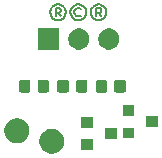
<source format=gbr>
G04 #@! TF.GenerationSoftware,KiCad,Pcbnew,5.1.5-1.fc31*
G04 #@! TF.CreationDate,2020-03-29T10:54:51-05:00*
G04 #@! TF.ProjectId,TK-X90-Programming,544b2d58-3930-42d5-9072-6f6772616d6d,A*
G04 #@! TF.SameCoordinates,Original*
G04 #@! TF.FileFunction,Soldermask,Top*
G04 #@! TF.FilePolarity,Negative*
%FSLAX46Y46*%
G04 Gerber Fmt 4.6, Leading zero omitted, Abs format (unit mm)*
G04 Created by KiCad (PCBNEW 5.1.5-1.fc31) date 2020-03-29 10:54:51*
%MOMM*%
%LPD*%
G04 APERTURE LIST*
%ADD10C,0.150000*%
%ADD11C,0.100000*%
G04 APERTURE END LIST*
D10*
X148523809Y-93309523D02*
X148285714Y-93023809D01*
X148095238Y-93309523D02*
X148095238Y-92642857D01*
X148380952Y-92642857D01*
X148476190Y-92690476D01*
X148523809Y-92785714D01*
X148523809Y-92880952D01*
X148476190Y-92976190D01*
X148380952Y-93023809D01*
X148095238Y-93023809D01*
X148285714Y-92309523D02*
X148047619Y-92357142D01*
X147809523Y-92500000D01*
X147666666Y-92738095D01*
X147619047Y-92976190D01*
X147666666Y-93214285D01*
X147809523Y-93452380D01*
X148047619Y-93595238D01*
X148285714Y-93642857D01*
X148523809Y-93595238D01*
X148761904Y-93452380D01*
X148904761Y-93214285D01*
X148952380Y-92976190D01*
X148904761Y-92738095D01*
X148761904Y-92500000D01*
X148523809Y-92357142D01*
X148285714Y-92309523D01*
X150190476Y-92690476D02*
X150095238Y-92642857D01*
X149904761Y-92642857D01*
X149809523Y-92690476D01*
X149714285Y-92785714D01*
X149666666Y-92880952D01*
X149666666Y-93071428D01*
X149714285Y-93166666D01*
X149809523Y-93261904D01*
X149904761Y-93309523D01*
X150095238Y-93309523D01*
X150190476Y-93261904D01*
X150000000Y-92309523D02*
X149761904Y-92357142D01*
X149523809Y-92500000D01*
X149380952Y-92738095D01*
X149333333Y-92976190D01*
X149380952Y-93214285D01*
X149523809Y-93452380D01*
X149761904Y-93595238D01*
X150000000Y-93642857D01*
X150238095Y-93595238D01*
X150476190Y-93452380D01*
X150619047Y-93214285D01*
X150666666Y-92976190D01*
X150619047Y-92738095D01*
X150476190Y-92500000D01*
X150238095Y-92357142D01*
X150000000Y-92309523D01*
X151952380Y-93309523D02*
X151714285Y-93023809D01*
X151523809Y-93309523D02*
X151523809Y-92642857D01*
X151809523Y-92642857D01*
X151904761Y-92690476D01*
X151952380Y-92785714D01*
X151952380Y-92880952D01*
X151904761Y-92976190D01*
X151809523Y-93023809D01*
X151523809Y-93023809D01*
X151714285Y-92309523D02*
X151476190Y-92357142D01*
X151238095Y-92500000D01*
X151095238Y-92738095D01*
X151047619Y-92976190D01*
X151095238Y-93214285D01*
X151238095Y-93452380D01*
X151476190Y-93595238D01*
X151714285Y-93642857D01*
X151952380Y-93595238D01*
X152190476Y-93452380D01*
X152333333Y-93214285D01*
X152380952Y-92976190D01*
X152333333Y-92738095D01*
X152190476Y-92500000D01*
X151952380Y-92357142D01*
X151714285Y-92309523D01*
D11*
G36*
X148056564Y-102889389D02*
G01*
X148247833Y-102968615D01*
X148247835Y-102968616D01*
X148419973Y-103083635D01*
X148566365Y-103230027D01*
X148681385Y-103402167D01*
X148760611Y-103593436D01*
X148801000Y-103796484D01*
X148801000Y-104003516D01*
X148760611Y-104206564D01*
X148681385Y-104397833D01*
X148681384Y-104397835D01*
X148566365Y-104569973D01*
X148419973Y-104716365D01*
X148247835Y-104831384D01*
X148247834Y-104831385D01*
X148247833Y-104831385D01*
X148056564Y-104910611D01*
X147853516Y-104951000D01*
X147646484Y-104951000D01*
X147443436Y-104910611D01*
X147252167Y-104831385D01*
X147252166Y-104831385D01*
X147252165Y-104831384D01*
X147080027Y-104716365D01*
X146933635Y-104569973D01*
X146818616Y-104397835D01*
X146818615Y-104397833D01*
X146739389Y-104206564D01*
X146699000Y-104003516D01*
X146699000Y-103796484D01*
X146739389Y-103593436D01*
X146818615Y-103402167D01*
X146933635Y-103230027D01*
X147080027Y-103083635D01*
X147252165Y-102968616D01*
X147252167Y-102968615D01*
X147443436Y-102889389D01*
X147646484Y-102849000D01*
X147853516Y-102849000D01*
X148056564Y-102889389D01*
G37*
G36*
X151251000Y-104651000D02*
G01*
X150249000Y-104651000D01*
X150249000Y-103749000D01*
X151251000Y-103749000D01*
X151251000Y-104651000D01*
G37*
G36*
X145106564Y-101989389D02*
G01*
X145297833Y-102068615D01*
X145297835Y-102068616D01*
X145469973Y-102183635D01*
X145616365Y-102330027D01*
X145731385Y-102502167D01*
X145810611Y-102693436D01*
X145851000Y-102896484D01*
X145851000Y-103103516D01*
X145810611Y-103306564D01*
X145771011Y-103402167D01*
X145731384Y-103497835D01*
X145616365Y-103669973D01*
X145469973Y-103816365D01*
X145297835Y-103931384D01*
X145297834Y-103931385D01*
X145297833Y-103931385D01*
X145106564Y-104010611D01*
X144903516Y-104051000D01*
X144696484Y-104051000D01*
X144493436Y-104010611D01*
X144302167Y-103931385D01*
X144302166Y-103931385D01*
X144302165Y-103931384D01*
X144130027Y-103816365D01*
X143983635Y-103669973D01*
X143868616Y-103497835D01*
X143828989Y-103402167D01*
X143789389Y-103306564D01*
X143749000Y-103103516D01*
X143749000Y-102896484D01*
X143789389Y-102693436D01*
X143868615Y-102502167D01*
X143983635Y-102330027D01*
X144130027Y-102183635D01*
X144302165Y-102068616D01*
X144302167Y-102068615D01*
X144493436Y-101989389D01*
X144696484Y-101949000D01*
X144903516Y-101949000D01*
X145106564Y-101989389D01*
G37*
G36*
X153251000Y-103701000D02*
G01*
X152249000Y-103701000D01*
X152249000Y-102799000D01*
X153251000Y-102799000D01*
X153251000Y-103701000D01*
G37*
G36*
X154751000Y-103651000D02*
G01*
X153749000Y-103651000D01*
X153749000Y-102749000D01*
X154751000Y-102749000D01*
X154751000Y-103651000D01*
G37*
G36*
X151251000Y-102751000D02*
G01*
X150249000Y-102751000D01*
X150249000Y-101849000D01*
X151251000Y-101849000D01*
X151251000Y-102751000D01*
G37*
G36*
X156751000Y-102701000D02*
G01*
X155749000Y-102701000D01*
X155749000Y-101799000D01*
X156751000Y-101799000D01*
X156751000Y-102701000D01*
G37*
G36*
X154751000Y-101751000D02*
G01*
X153749000Y-101751000D01*
X153749000Y-100849000D01*
X154751000Y-100849000D01*
X154751000Y-101751000D01*
G37*
G36*
X145804591Y-98728085D02*
G01*
X145838569Y-98738393D01*
X145869890Y-98755134D01*
X145897339Y-98777661D01*
X145919866Y-98805110D01*
X145936607Y-98836431D01*
X145946915Y-98870409D01*
X145951000Y-98911890D01*
X145951000Y-99588110D01*
X145946915Y-99629591D01*
X145936607Y-99663569D01*
X145919866Y-99694890D01*
X145897339Y-99722339D01*
X145869890Y-99744866D01*
X145838569Y-99761607D01*
X145804591Y-99771915D01*
X145763110Y-99776000D01*
X145161890Y-99776000D01*
X145120409Y-99771915D01*
X145086431Y-99761607D01*
X145055110Y-99744866D01*
X145027661Y-99722339D01*
X145005134Y-99694890D01*
X144988393Y-99663569D01*
X144978085Y-99629591D01*
X144974000Y-99588110D01*
X144974000Y-98911890D01*
X144978085Y-98870409D01*
X144988393Y-98836431D01*
X145005134Y-98805110D01*
X145027661Y-98777661D01*
X145055110Y-98755134D01*
X145086431Y-98738393D01*
X145120409Y-98728085D01*
X145161890Y-98724000D01*
X145763110Y-98724000D01*
X145804591Y-98728085D01*
G37*
G36*
X153879591Y-98728085D02*
G01*
X153913569Y-98738393D01*
X153944890Y-98755134D01*
X153972339Y-98777661D01*
X153994866Y-98805110D01*
X154011607Y-98836431D01*
X154021915Y-98870409D01*
X154026000Y-98911890D01*
X154026000Y-99588110D01*
X154021915Y-99629591D01*
X154011607Y-99663569D01*
X153994866Y-99694890D01*
X153972339Y-99722339D01*
X153944890Y-99744866D01*
X153913569Y-99761607D01*
X153879591Y-99771915D01*
X153838110Y-99776000D01*
X153236890Y-99776000D01*
X153195409Y-99771915D01*
X153161431Y-99761607D01*
X153130110Y-99744866D01*
X153102661Y-99722339D01*
X153080134Y-99694890D01*
X153063393Y-99663569D01*
X153053085Y-99629591D01*
X153049000Y-99588110D01*
X153049000Y-98911890D01*
X153053085Y-98870409D01*
X153063393Y-98836431D01*
X153080134Y-98805110D01*
X153102661Y-98777661D01*
X153130110Y-98755134D01*
X153161431Y-98738393D01*
X153195409Y-98728085D01*
X153236890Y-98724000D01*
X153838110Y-98724000D01*
X153879591Y-98728085D01*
G37*
G36*
X152304591Y-98728085D02*
G01*
X152338569Y-98738393D01*
X152369890Y-98755134D01*
X152397339Y-98777661D01*
X152419866Y-98805110D01*
X152436607Y-98836431D01*
X152446915Y-98870409D01*
X152451000Y-98911890D01*
X152451000Y-99588110D01*
X152446915Y-99629591D01*
X152436607Y-99663569D01*
X152419866Y-99694890D01*
X152397339Y-99722339D01*
X152369890Y-99744866D01*
X152338569Y-99761607D01*
X152304591Y-99771915D01*
X152263110Y-99776000D01*
X151661890Y-99776000D01*
X151620409Y-99771915D01*
X151586431Y-99761607D01*
X151555110Y-99744866D01*
X151527661Y-99722339D01*
X151505134Y-99694890D01*
X151488393Y-99663569D01*
X151478085Y-99629591D01*
X151474000Y-99588110D01*
X151474000Y-98911890D01*
X151478085Y-98870409D01*
X151488393Y-98836431D01*
X151505134Y-98805110D01*
X151527661Y-98777661D01*
X151555110Y-98755134D01*
X151586431Y-98738393D01*
X151620409Y-98728085D01*
X151661890Y-98724000D01*
X152263110Y-98724000D01*
X152304591Y-98728085D01*
G37*
G36*
X150629591Y-98728085D02*
G01*
X150663569Y-98738393D01*
X150694890Y-98755134D01*
X150722339Y-98777661D01*
X150744866Y-98805110D01*
X150761607Y-98836431D01*
X150771915Y-98870409D01*
X150776000Y-98911890D01*
X150776000Y-99588110D01*
X150771915Y-99629591D01*
X150761607Y-99663569D01*
X150744866Y-99694890D01*
X150722339Y-99722339D01*
X150694890Y-99744866D01*
X150663569Y-99761607D01*
X150629591Y-99771915D01*
X150588110Y-99776000D01*
X149986890Y-99776000D01*
X149945409Y-99771915D01*
X149911431Y-99761607D01*
X149880110Y-99744866D01*
X149852661Y-99722339D01*
X149830134Y-99694890D01*
X149813393Y-99663569D01*
X149803085Y-99629591D01*
X149799000Y-99588110D01*
X149799000Y-98911890D01*
X149803085Y-98870409D01*
X149813393Y-98836431D01*
X149830134Y-98805110D01*
X149852661Y-98777661D01*
X149880110Y-98755134D01*
X149911431Y-98738393D01*
X149945409Y-98728085D01*
X149986890Y-98724000D01*
X150588110Y-98724000D01*
X150629591Y-98728085D01*
G37*
G36*
X149054591Y-98728085D02*
G01*
X149088569Y-98738393D01*
X149119890Y-98755134D01*
X149147339Y-98777661D01*
X149169866Y-98805110D01*
X149186607Y-98836431D01*
X149196915Y-98870409D01*
X149201000Y-98911890D01*
X149201000Y-99588110D01*
X149196915Y-99629591D01*
X149186607Y-99663569D01*
X149169866Y-99694890D01*
X149147339Y-99722339D01*
X149119890Y-99744866D01*
X149088569Y-99761607D01*
X149054591Y-99771915D01*
X149013110Y-99776000D01*
X148411890Y-99776000D01*
X148370409Y-99771915D01*
X148336431Y-99761607D01*
X148305110Y-99744866D01*
X148277661Y-99722339D01*
X148255134Y-99694890D01*
X148238393Y-99663569D01*
X148228085Y-99629591D01*
X148224000Y-99588110D01*
X148224000Y-98911890D01*
X148228085Y-98870409D01*
X148238393Y-98836431D01*
X148255134Y-98805110D01*
X148277661Y-98777661D01*
X148305110Y-98755134D01*
X148336431Y-98738393D01*
X148370409Y-98728085D01*
X148411890Y-98724000D01*
X149013110Y-98724000D01*
X149054591Y-98728085D01*
G37*
G36*
X147379591Y-98728085D02*
G01*
X147413569Y-98738393D01*
X147444890Y-98755134D01*
X147472339Y-98777661D01*
X147494866Y-98805110D01*
X147511607Y-98836431D01*
X147521915Y-98870409D01*
X147526000Y-98911890D01*
X147526000Y-99588110D01*
X147521915Y-99629591D01*
X147511607Y-99663569D01*
X147494866Y-99694890D01*
X147472339Y-99722339D01*
X147444890Y-99744866D01*
X147413569Y-99761607D01*
X147379591Y-99771915D01*
X147338110Y-99776000D01*
X146736890Y-99776000D01*
X146695409Y-99771915D01*
X146661431Y-99761607D01*
X146630110Y-99744866D01*
X146602661Y-99722339D01*
X146580134Y-99694890D01*
X146563393Y-99663569D01*
X146553085Y-99629591D01*
X146549000Y-99588110D01*
X146549000Y-98911890D01*
X146553085Y-98870409D01*
X146563393Y-98836431D01*
X146580134Y-98805110D01*
X146602661Y-98777661D01*
X146630110Y-98755134D01*
X146661431Y-98738393D01*
X146695409Y-98728085D01*
X146736890Y-98724000D01*
X147338110Y-98724000D01*
X147379591Y-98728085D01*
G37*
G36*
X150153512Y-94353927D02*
G01*
X150302812Y-94383624D01*
X150466784Y-94451544D01*
X150614354Y-94550147D01*
X150739853Y-94675646D01*
X150838456Y-94823216D01*
X150906376Y-94987188D01*
X150941000Y-95161259D01*
X150941000Y-95338741D01*
X150906376Y-95512812D01*
X150838456Y-95676784D01*
X150739853Y-95824354D01*
X150614354Y-95949853D01*
X150466784Y-96048456D01*
X150302812Y-96116376D01*
X150153512Y-96146073D01*
X150128742Y-96151000D01*
X149951258Y-96151000D01*
X149926488Y-96146073D01*
X149777188Y-96116376D01*
X149613216Y-96048456D01*
X149465646Y-95949853D01*
X149340147Y-95824354D01*
X149241544Y-95676784D01*
X149173624Y-95512812D01*
X149139000Y-95338741D01*
X149139000Y-95161259D01*
X149173624Y-94987188D01*
X149241544Y-94823216D01*
X149340147Y-94675646D01*
X149465646Y-94550147D01*
X149613216Y-94451544D01*
X149777188Y-94383624D01*
X149926488Y-94353927D01*
X149951258Y-94349000D01*
X150128742Y-94349000D01*
X150153512Y-94353927D01*
G37*
G36*
X148401000Y-96151000D02*
G01*
X146599000Y-96151000D01*
X146599000Y-94349000D01*
X148401000Y-94349000D01*
X148401000Y-96151000D01*
G37*
G36*
X152693512Y-94353927D02*
G01*
X152842812Y-94383624D01*
X153006784Y-94451544D01*
X153154354Y-94550147D01*
X153279853Y-94675646D01*
X153378456Y-94823216D01*
X153446376Y-94987188D01*
X153481000Y-95161259D01*
X153481000Y-95338741D01*
X153446376Y-95512812D01*
X153378456Y-95676784D01*
X153279853Y-95824354D01*
X153154354Y-95949853D01*
X153006784Y-96048456D01*
X152842812Y-96116376D01*
X152693512Y-96146073D01*
X152668742Y-96151000D01*
X152491258Y-96151000D01*
X152466488Y-96146073D01*
X152317188Y-96116376D01*
X152153216Y-96048456D01*
X152005646Y-95949853D01*
X151880147Y-95824354D01*
X151781544Y-95676784D01*
X151713624Y-95512812D01*
X151679000Y-95338741D01*
X151679000Y-95161259D01*
X151713624Y-94987188D01*
X151781544Y-94823216D01*
X151880147Y-94675646D01*
X152005646Y-94550147D01*
X152153216Y-94451544D01*
X152317188Y-94383624D01*
X152466488Y-94353927D01*
X152491258Y-94349000D01*
X152668742Y-94349000D01*
X152693512Y-94353927D01*
G37*
M02*

</source>
